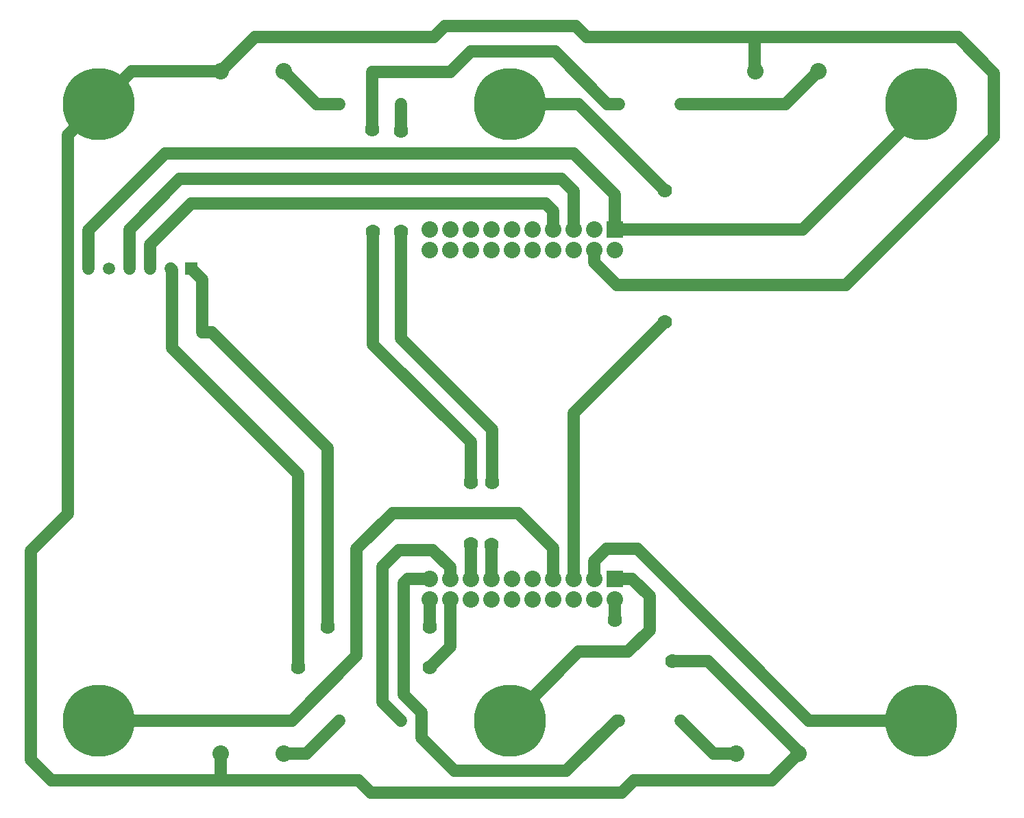
<source format=gtl>
G04*
G04 #@! TF.GenerationSoftware,Altium Limited,Altium Designer,18.1.9 (240)*
G04*
G04 Layer_Physical_Order=1*
G04 Layer_Color=255*
%FSLAX25Y25*%
%MOIN*%
G70*
G01*
G75*
%ADD10C,0.06000*%
%ADD11C,0.01000*%
%ADD12C,0.08000*%
%ADD13R,0.08000X0.08000*%
%ADD14C,0.35000*%
%ADD15C,0.05906*%
%ADD16R,0.05906X0.05906*%
%ADD17C,0.05512*%
%ADD18C,0.07000*%
D10*
X291000Y273000D02*
Y279000D01*
Y273000D02*
X302000Y262000D01*
X413500D01*
X254000Y151000D02*
X271000Y134000D01*
Y119000D02*
Y134000D01*
X390500Y34000D02*
Y35000D01*
X346500Y79000D02*
X390500Y35000D01*
X329000Y79000D02*
X346500D01*
X301000Y99000D02*
Y109000D01*
X198500Y62500D02*
X207000Y54000D01*
X198500Y62500D02*
Y117000D01*
X485500Y334000D02*
Y365000D01*
X468000Y382500D02*
X485500Y365000D01*
X369000Y382500D02*
X468000D01*
X413500Y262000D02*
X485500Y334000D01*
X156000Y350000D02*
X167000D01*
X140000Y366000D02*
X156000Y350000D01*
X89500Y313500D02*
X275000D01*
X65000Y289000D02*
X89500Y313500D01*
X65000Y270000D02*
Y289000D01*
X231000Y166000D02*
Y185500D01*
X183500Y233000D02*
X231000Y185500D01*
X183500Y233000D02*
Y288000D01*
X241500Y166000D02*
Y191500D01*
X197000Y236000D02*
X241500Y191500D01*
X197000Y236000D02*
Y288000D01*
X241000Y119000D02*
Y135500D01*
X231000Y119000D02*
Y136000D01*
X193000Y151000D02*
X254000D01*
X175500Y133500D02*
X193000Y151000D01*
X291000Y119000D02*
Y127500D01*
X297000Y133500D01*
X312000D01*
X395500Y50000D01*
X450000D01*
X197000Y337000D02*
Y350000D01*
X183000Y337500D02*
Y365500D01*
X221000D01*
X231000Y375500D01*
X82500Y326000D02*
X281000D01*
Y119000D02*
Y199500D01*
X325500Y244000D01*
X283500Y350000D02*
X325500Y308000D01*
X250000Y350000D02*
X283500D01*
X287500Y382500D02*
X369000D01*
X282000Y388000D02*
X287500Y382500D01*
X218500Y388000D02*
X282000D01*
X213000Y382500D02*
X218500Y388000D01*
X126000Y382500D02*
X213000D01*
X231000Y375500D02*
X272000D01*
X297500Y350000D01*
X109500Y366000D02*
X126000Y382500D01*
X369000Y366500D02*
Y382500D01*
X297500Y350000D02*
X303000D01*
X301000Y289000D02*
X392500D01*
X175500Y81500D02*
Y133500D01*
X144000Y50000D02*
X175500Y81500D01*
X50000Y50000D02*
X144000D01*
X85761Y231239D02*
X147000Y170000D01*
Y76000D02*
Y170000D01*
X161500Y95500D02*
Y182500D01*
X105000Y239000D02*
X161500Y182500D01*
X100500Y239000D02*
X105000D01*
X369000Y366500D02*
X369500Y366000D01*
X333000Y350000D02*
X384000D01*
X400000Y366000D01*
X450000Y346500D02*
Y350000D01*
X392500Y289000D02*
X450000Y346500D01*
X281000Y289000D02*
Y307500D01*
X275000Y313500D02*
X281000Y307500D01*
Y326000D02*
X301000Y306000D01*
X45000Y288500D02*
X82500Y326000D01*
X267500Y301500D02*
X271000Y298000D01*
X95000Y301500D02*
X267500D01*
X75000Y281500D02*
X95000Y301500D01*
X75000Y270000D02*
Y281500D01*
X45000Y270000D02*
Y288500D01*
X271000Y289000D02*
Y298000D01*
X301000Y289000D02*
Y306000D01*
X95000Y270000D02*
X100500Y264500D01*
Y239000D02*
Y264500D01*
X85761Y231239D02*
Y269239D01*
X85000Y270000D02*
X85761Y269239D01*
X140000Y34000D02*
X151000D01*
X167000Y50000D01*
X211000Y76000D02*
X221000Y86000D01*
Y109000D01*
X198500Y117000D02*
X200500Y119000D01*
X211000Y95500D02*
Y109000D01*
X207000Y41500D02*
Y54000D01*
X188000Y59000D02*
X197000Y50000D01*
X188000Y59000D02*
Y125000D01*
X200500Y119000D02*
X211000D01*
X207000Y41500D02*
X223000Y25500D01*
X277500D01*
X302000Y50000D01*
X303000D01*
X310500Y21000D02*
X377500D01*
X304500Y15000D02*
X310500Y21000D01*
X109500D02*
X176500D01*
X182500Y15000D01*
X304500D01*
X377500Y21000D02*
X390500Y34000D01*
X196000Y133000D02*
X212500D01*
X188000Y125000D02*
X196000Y133000D01*
X221000Y119000D02*
Y124500D01*
X212500Y133000D02*
X221000Y124500D01*
X318000Y94000D02*
Y110500D01*
X307500Y83500D02*
X318000Y94000D01*
X283500Y83500D02*
X307500D01*
X301000Y119000D02*
X309500D01*
X318000Y110500D01*
X250000Y50000D02*
X283500Y83500D01*
X27000Y21000D02*
X109500D01*
Y34000D01*
X333000Y50000D02*
X349000Y34000D01*
X360000D01*
X50000Y350000D02*
X66000Y366000D01*
X109500D01*
X35000Y335000D02*
X50000Y350000D01*
X35000Y270000D02*
Y335000D01*
X17000Y31000D02*
X27000Y21000D01*
X17000Y31000D02*
Y132500D01*
X35000Y150500D01*
Y270000D01*
D11*
X281000Y119000D02*
X282500Y117500D01*
D12*
X140000Y366000D02*
D03*
X109500D02*
D03*
X369500D02*
D03*
X400000D02*
D03*
X140000Y34000D02*
D03*
X109500D02*
D03*
X390500D02*
D03*
X360000D02*
D03*
X291000Y289000D02*
D03*
X281000D02*
D03*
X271000D02*
D03*
X261000D02*
D03*
X251000D02*
D03*
X241000D02*
D03*
X231000D02*
D03*
X221000D02*
D03*
X211000D02*
D03*
X301000Y279000D02*
D03*
X291000D02*
D03*
X281000D02*
D03*
X271000D02*
D03*
X261000D02*
D03*
X251000D02*
D03*
X241000D02*
D03*
X231000D02*
D03*
X221000D02*
D03*
X211000D02*
D03*
X301000Y109000D02*
D03*
X211000D02*
D03*
X221000D02*
D03*
X231000D02*
D03*
X241000D02*
D03*
X251000D02*
D03*
X261000D02*
D03*
X271000D02*
D03*
X281000D02*
D03*
X291000D02*
D03*
X211000Y119000D02*
D03*
X221000D02*
D03*
X231000D02*
D03*
X241000D02*
D03*
X251000D02*
D03*
X261000D02*
D03*
X271000D02*
D03*
X281000D02*
D03*
X291000D02*
D03*
D13*
X301000Y289000D02*
D03*
Y119000D02*
D03*
D14*
X450000Y50000D02*
D03*
X250000D02*
D03*
X50000D02*
D03*
X250000Y350000D02*
D03*
X50000D02*
D03*
X450000D02*
D03*
D15*
X35000Y270000D02*
D03*
X45000D02*
D03*
X55000D02*
D03*
X65000D02*
D03*
X85000D02*
D03*
X75000D02*
D03*
D16*
X95000D02*
D03*
D17*
X167000Y350000D02*
D03*
X197000D02*
D03*
X333000D02*
D03*
X303000D02*
D03*
X167000Y50000D02*
D03*
X197000D02*
D03*
X333000D02*
D03*
X303000D02*
D03*
D18*
X329000Y79000D02*
D03*
X301000Y99000D02*
D03*
X231000Y166000D02*
D03*
Y136000D02*
D03*
X241000Y135500D02*
D03*
X241500Y166000D02*
D03*
X183000Y337500D02*
D03*
X197000Y337000D02*
D03*
X325500Y244000D02*
D03*
Y308000D02*
D03*
X197000Y288000D02*
D03*
X161500Y95500D02*
D03*
X147000Y76000D02*
D03*
X183500Y288000D02*
D03*
X211000Y76000D02*
D03*
Y95500D02*
D03*
M02*

</source>
